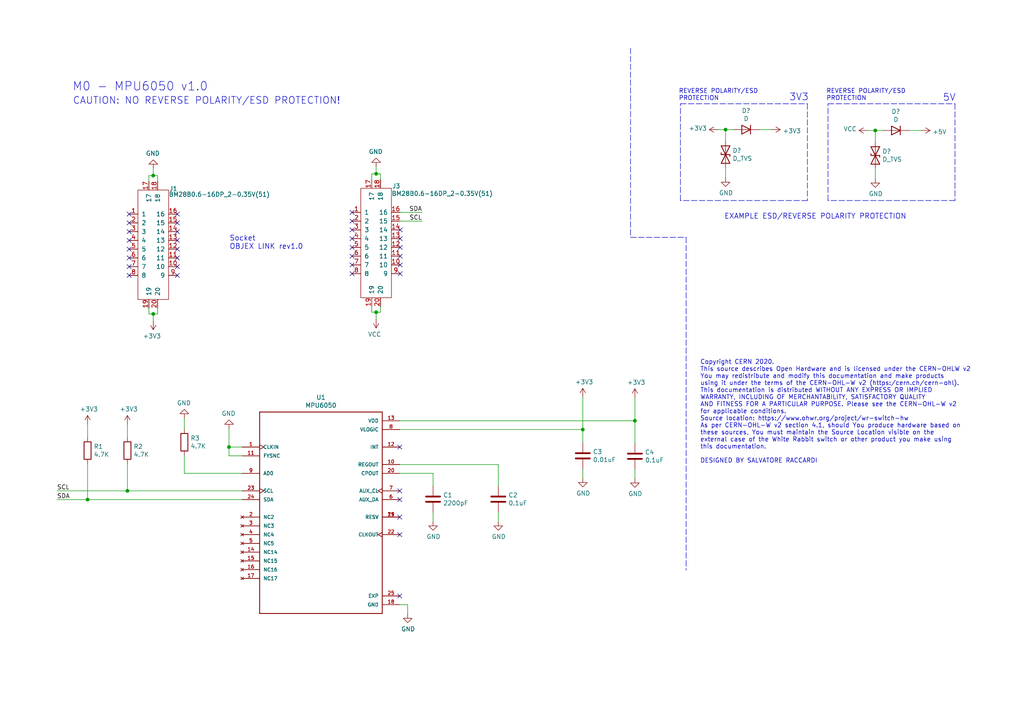
<source format=kicad_sch>
(kicad_sch (version 20211123) (generator eeschema)
  (paper "A4")
  (title_block (title "M0 - MPU6050 v1.0") (date "2021-02-27") (rev "1.0") (company "OBJEX") (comment 1 "Designer: Salvatore Raccardi"))
  (lib_symbols
    (symbol "Device:C" (pin_numbers hide) (pin_names (offset 0.254))
      (property "Reference" "C" (at 0.635 2.54 0))
      (property "Value" "C" (at 0.635 -2.54 0))
      (symbol "C_0_1"
        (polyline (pts (xy -2.032 -0.762) (xy 2.032 -0.762)) (stroke (width 0.508)))
        (polyline (pts (xy -2.032 0.762) (xy 2.032 0.762)) (stroke (width 0.508)))
      )
      (symbol "C_1_1"
        (pin passive line (at 0 3.81 270) (length 2.794) (name "~") (number "1"))
        (pin passive line (at 0 -3.81 90) (length 2.794) (name "~") (number "2"))
      )
    )
    (symbol "Device:D" (pin_numbers hide) (pin_names (offset 1.016) hide)
      (property "Reference" "D" (at 0 2.54 0))
      (property "Value" "D" (at 0 -2.54 0))
      (symbol "D_0_1"
        (polyline (pts (xy -1.27 1.27) (xy -1.27 -1.27)) (stroke (width 0.254)))
        (polyline (pts (xy 1.27 0) (xy -1.27 0)))
        (polyline (pts (xy 1.27 1.27) (xy 1.27 -1.27) (xy -1.27 0) (xy 1.27 1.27)) (stroke (width 0.254)))
      )
      (symbol "D_1_1"
        (pin passive line (at -3.81 0 0) (length 2.54) (name "K") (number "1"))
        (pin passive line (at 3.81 0 180) (length 2.54) (name "A") (number "2"))
      )
    )
    (symbol "Device:D_TVS" (pin_numbers hide) (pin_names (offset 1.016) hide)
      (property "Reference" "D" (at 0 2.54 0))
      (property "Value" "D_TVS" (at 0 -2.54 0))
      (symbol "D_TVS_0_1"
        (polyline (pts (xy 1.27 0) (xy -1.27 0)))
        (polyline (pts (xy 0.508 1.27) (xy 0 1.27) (xy 0 -1.27) (xy -0.508 -1.27)) (stroke (width 0.254)))
        (polyline (pts (xy -2.54 1.27) (xy -2.54 -1.27) (xy 2.54 1.27) (xy 2.54 -1.27) (xy -2.54 1.27)) (stroke (width 0.254)))
      )
      (symbol "D_TVS_1_1"
        (pin passive line (at -3.81 0 0) (length 2.54) (name "A1") (number "1"))
        (pin passive line (at 3.81 0 180) (length 2.54) (name "A2") (number "2"))
      )
    )
    (symbol "Device:R" (pin_numbers hide) (pin_names (offset 0))
      (property "Reference" "R" (at 2.032 0 90))
      (property "Value" "R" (at 0 0 90))
      (symbol "R_0_1"
        (rectangle (start -1.016 -2.54) (end 1.016 2.54) (stroke (width 0.254)))
      )
      (symbol "R_1_1"
        (pin passive line (at 0 3.81 270) (length 1.27) (name "~") (number "1"))
        (pin passive line (at 0 -3.81 90) (length 1.27) (name "~") (number "2"))
      )
    )
    (symbol "HiroseConnectors:BM28B0.6-16DP_2-0.35V(51)" (pin_names (offset 1.016))
      (property "Reference" "J" (at 0 0 0))
      (property "Value" "HiroseConnectors_BM28B0.6-16DP_2-0.35V(51)" (at 0 0 0))
      (symbol "BM28B0.6-16DP_2-0.35V(51)_0_1"
        (rectangle (start -3.81 -12.7) (end 5.08 -44.45))
      )
      (symbol "BM28B0.6-16DP_2-0.35V(51)_1_1"
        (pin bidirectional line (at -6.35 -19.685 0) (length 2.54) (name "1") (number "1"))
        (pin bidirectional line (at 7.62 -34.925 180) (length 2.54) (name "10") (number "10"))
        (pin bidirectional line (at 7.62 -32.385 180) (length 2.54) (name "11") (number "11"))
        (pin bidirectional line (at 7.62 -29.845 180) (length 2.54) (name "12") (number "12"))
        (pin bidirectional line (at 7.62 -27.305 180) (length 2.54) (name "13") (number "13"))
        (pin bidirectional line (at 7.62 -24.765 180) (length 2.54) (name "14") (number "14"))
        (pin bidirectional line (at 7.62 -22.225 180) (length 2.54) (name "15") (number "15"))
        (pin bidirectional line (at 7.62 -19.685 180) (length 2.54) (name "16") (number "16"))
        (pin bidirectional line (at -0.635 -10.16 270) (length 2.54) (name "17") (number "17"))
        (pin bidirectional line (at 1.905 -10.16 270) (length 2.54) (name "18") (number "18"))
        (pin bidirectional line (at -0.635 -46.99 90) (length 2.54) (name "19") (number "19"))
        (pin bidirectional line (at -6.35 -22.225 0) (length 2.54) (name "2") (number "2"))
        (pin bidirectional line (at 1.905 -46.99 90) (length 2.54) (name "20") (number "20"))
        (pin bidirectional line (at -6.35 -24.765 0) (length 2.54) (name "3") (number "3"))
        (pin bidirectional line (at -6.35 -27.305 0) (length 2.54) (name "4") (number "4"))
        (pin bidirectional line (at -6.35 -29.845 0) (length 2.54) (name "5") (number "5"))
        (pin bidirectional line (at -6.35 -32.385 0) (length 2.54) (name "6") (number "6"))
        (pin bidirectional line (at -6.35 -34.925 0) (length 2.54) (name "7") (number "7"))
        (pin bidirectional line (at -6.35 -37.465 0) (length 2.54) (name "8") (number "8"))
        (pin bidirectional line (at 7.62 -37.465 180) (length 2.54) (name "9") (number "9"))
      )
    )
    (symbol "MPU6050:MPU6050" (pin_names (offset 1.016))
      (property "Reference" "U" (at -17.78 29.21 0))
      (property "Value" "MPU6050_MPU6050" (at -17.78 -31.75 0))
      (symbol "MPU6050_0_0"
        (polyline (pts (xy -17.78 -30.48) (xy 17.78 -30.48)) (stroke (width 0.254)))
        (polyline (pts (xy -17.78 27.94) (xy -17.78 -30.48)) (stroke (width 0.254)))
        (polyline (pts (xy 17.78 -30.48) (xy 17.78 27.94)) (stroke (width 0.254)))
        (polyline (pts (xy 17.78 27.94) (xy -17.78 27.94)) (stroke (width 0.254)))
        (pin input clock (at -22.86 17.78 0) (length 5.08) (name "CLKIN") (number "1"))
        (pin output line (at 22.86 12.7 180) (length 5.08) (name "REGOUT") (number "10"))
        (pin input line (at -22.86 15.24 0) (length 5.08) (name "FYSNC") (number "11"))
        (pin output line (at 22.86 17.78 180) (length 5.08) (name "INT") (number "12"))
        (pin power_in line (at 22.86 25.4 180) (length 5.08) (name "VDD") (number "13"))
        (pin no_connect line (at -22.86 -12.7 0) (length 5.08) (name "NC14") (number "14"))
        (pin no_connect line (at -22.86 -15.24 0) (length 5.08) (name "NC15") (number "15"))
        (pin no_connect line (at -22.86 -17.78 0) (length 5.08) (name "NC16") (number "16"))
        (pin no_connect line (at -22.86 -20.32 0) (length 5.08) (name "NC17") (number "17"))
        (pin power_in line (at 22.86 -27.94 180) (length 5.08) (name "GND") (number "18"))
        (pin bidirectional line (at 22.86 -2.54 180) (length 5.08) (name "RESV") (number "19"))
        (pin no_connect line (at -22.86 -2.54 0) (length 5.08) (name "NC2") (number "2"))
        (pin output line (at 22.86 10.16 180) (length 5.08) (name "CPOUT") (number "20"))
        (pin bidirectional line (at 22.86 -2.54 180) (length 5.08) (name "RESV") (number "21"))
        (pin output clock (at 22.86 -7.62 180) (length 5.08) (name "CLKOUT") (number "22"))
        (pin input clock (at -22.86 5.08 0) (length 5.08) (name "SCL") (number "23"))
        (pin bidirectional line (at -22.86 2.54 0) (length 5.08) (name "SDA") (number "24"))
        (pin power_in line (at 22.86 -25.4 180) (length 5.08) (name "EXP") (number "25"))
        (pin no_connect line (at -22.86 -5.08 0) (length 5.08) (name "NC3") (number "3"))
        (pin no_connect line (at -22.86 -7.62 0) (length 5.08) (name "NC4") (number "4"))
        (pin no_connect line (at -22.86 -10.16 0) (length 5.08) (name "NC5") (number "5"))
        (pin bidirectional line (at 22.86 2.54 180) (length 5.08) (name "AUX_DA") (number "6"))
        (pin output clock (at 22.86 5.08 180) (length 5.08) (name "AUX_CL") (number "7"))
        (pin power_in line (at 22.86 22.86 180) (length 5.08) (name "VLOGIC") (number "8"))
        (pin input line (at -22.86 10.16 0) (length 5.08) (name "AD0") (number "9"))
      )
    )
    (symbol "power:+3.3V" (power) (pin_names (offset 0))
      (property "Value" "+3.3V" (at 0 3.556 0))
      (symbol "+3.3V_0_1"
        (polyline (pts (xy -0.762 1.27) (xy 0 2.54)))
        (polyline (pts (xy 0 0) (xy 0 2.54)))
        (polyline (pts (xy 0 2.54) (xy 0.762 1.27)))
      )
      (symbol "+3.3V_1_1"
        (pin power_in line (at 0 0 90) (length 0) hide (name "+3V3") (number "1"))
      )
    )
    (symbol "power:+3V3" (power) (pin_names (offset 0))
      (property "Value" "+3V3" (at 0 3.556 0))
      (symbol "+3V3_0_1"
        (polyline (pts (xy -0.762 1.27) (xy 0 2.54)))
        (polyline (pts (xy 0 0) (xy 0 2.54)))
        (polyline (pts (xy 0 2.54) (xy 0.762 1.27)))
      )
      (symbol "+3V3_1_1"
        (pin power_in line (at 0 0 90) (length 0) hide (name "+3V3") (number "1"))
      )
    )
    (symbol "power:+5V" (power) (pin_names (offset 0))
      (property "Value" "+5V" (at 0 3.556 0))
      (symbol "+5V_0_1"
        (polyline (pts (xy -0.762 1.27) (xy 0 2.54)))
        (polyline (pts (xy 0 0) (xy 0 2.54)))
        (polyline (pts (xy 0 2.54) (xy 0.762 1.27)))
      )
      (symbol "+5V_1_1"
        (pin power_in line (at 0 0 90) (length 0) hide (name "+5V") (number "1"))
      )
    )
    (symbol "power:GND" (power) (pin_names (offset 0))
      (property "Value" "GND" (at 0 -3.81 0))
      (symbol "GND_0_1"
        (polyline (pts (xy 0 0) (xy 0 -1.27) (xy 1.27 -1.27) (xy 0 -2.54) (xy -1.27 -1.27) (xy 0 -1.27)))
      )
      (symbol "GND_1_1"
        (pin power_in line (at 0 0 270) (length 0) hide (name "GND") (number "1"))
      )
    )
    (symbol "power:VCC" (power) (pin_names (offset 0))
      (property "Value" "VCC" (at 0 3.81 0))
      (symbol "VCC_0_1"
        (polyline (pts (xy -0.762 1.27) (xy 0 2.54)))
        (polyline (pts (xy 0 0) (xy 0 2.54)))
        (polyline (pts (xy 0 2.54) (xy 0.762 1.27)))
      )
      (symbol "VCC_1_1"
        (pin power_in line (at 0 0 90) (length 0) hide (name "VCC") (number "1"))
      )
    )
  )
  (junction (at 25.4 144.907))
  (junction (at 36.957 142.367))
  (junction (at 66.421 129.667))
  (junction (at 210.439 37.592))
  (junction (at 109.093 50.419))
  (junction (at 44.45 91.059))
  (junction (at 109.093 90.551))
  (junction (at 44.45 50.927))
  (junction (at 253.873 37.846))
  (junction (at 169.037 124.587))
  (junction (at 184.15 122.047))
  (no_connect (at 37.465 69.723))
  (no_connect (at 37.465 74.803))
  (no_connect (at 116.078 66.675))
  (no_connect (at 37.465 62.103))
  (no_connect (at 37.465 79.883))
  (no_connect (at 116.078 71.755))
  (no_connect (at 115.951 144.907))
  (no_connect (at 115.951 149.987))
  (no_connect (at 102.108 79.375))
  (no_connect (at 37.465 64.643))
  (no_connect (at 102.108 64.135))
  (no_connect (at 37.465 67.183))
  (no_connect (at 37.465 77.343))
  (no_connect (at 102.108 71.755))
  (no_connect (at 116.078 79.375))
  (no_connect (at 102.108 76.835))
  (no_connect (at 115.951 129.667))
  (no_connect (at 51.435 79.883))
  (no_connect (at 116.078 69.215))
  (no_connect (at 51.435 77.343))
  (no_connect (at 116.078 76.835))
  (no_connect (at 102.108 61.595))
  (no_connect (at 51.435 62.103))
  (no_connect (at 51.435 74.803))
  (no_connect (at 51.435 69.723))
  (no_connect (at 37.465 72.263))
  (no_connect (at 116.078 74.295))
  (no_connect (at 51.435 64.643))
  (no_connect (at 102.108 74.295))
  (no_connect (at 115.951 172.847))
  (no_connect (at 115.951 155.067))
  (no_connect (at 102.108 69.215))
  (no_connect (at 115.951 142.367))
  (no_connect (at 102.108 66.675))
  (no_connect (at 51.435 67.183))
  (no_connect (at 51.435 72.263))
  (wire (pts (xy 53.467 137.287) (xy 53.467 132.08)))
  (wire (pts (xy 122.428 64.135) (xy 116.078 64.135)))
  (wire (pts (xy 263.652 37.846) (xy 267.208 37.846)))
  (wire (pts (xy 253.873 37.846) (xy 256.032 37.846)))
  (wire (pts (xy 115.951 137.287) (xy 125.603 137.287)))
  (wire (pts (xy 44.45 91.059) (xy 44.45 93.091)))
  (wire (pts (xy 253.873 48.895) (xy 253.873 51.816)))
  (wire (pts (xy 66.421 129.667) (xy 66.421 124.333)))
  (wire (pts (xy 110.363 90.551) (xy 109.093 90.551)))
  (wire (pts (xy 25.4 126.873) (xy 25.4 123.063)))
  (wire (pts (xy 210.439 41.021) (xy 210.439 37.592)))
  (polyline (pts (xy 234.188 58.166) (xy 197.358 58.166)))
  (polyline (pts (xy 240.157 58.166) (xy 240.157 30.099)))
  (wire (pts (xy 109.093 90.551) (xy 107.823 90.551)))
  (wire (pts (xy 70.231 144.907) (xy 25.4 144.907)))
  (wire (pts (xy 109.093 90.551) (xy 109.093 92.583)))
  (wire (pts (xy 125.603 137.287) (xy 125.603 140.97)))
  (wire (pts (xy 253.873 37.846) (xy 251.714 37.846)))
  (polyline (pts (xy 240.157 30.099) (xy 276.987 30.099)))
  (wire (pts (xy 70.231 132.207) (xy 66.421 132.207)))
  (wire (pts (xy 118.237 175.387) (xy 118.237 178.054)))
  (wire (pts (xy 107.823 50.419) (xy 109.093 50.419)))
  (wire (pts (xy 44.45 50.927) (xy 45.72 50.927)))
  (polyline (pts (xy 276.987 30.099) (xy 276.987 58.166)))
  (wire (pts (xy 45.72 50.927) (xy 45.72 52.578)))
  (wire (pts (xy 210.439 48.641) (xy 210.439 51.562)))
  (wire (pts (xy 144.526 134.747) (xy 144.526 140.97)))
  (wire (pts (xy 43.18 91.059) (xy 43.18 89.408)))
  (wire (pts (xy 45.72 91.059) (xy 44.45 91.059)))
  (wire (pts (xy 169.037 124.587) (xy 169.037 128.397)))
  (wire (pts (xy 110.363 50.419) (xy 110.363 52.07)))
  (wire (pts (xy 184.15 122.047) (xy 184.15 115.316)))
  (wire (pts (xy 210.439 37.592) (xy 212.598 37.592)))
  (wire (pts (xy 70.231 129.667) (xy 66.421 129.667)))
  (wire (pts (xy 25.4 144.907) (xy 16.51 144.907)))
  (wire (pts (xy 169.037 136.017) (xy 169.037 138.684)))
  (wire (pts (xy 115.951 175.387) (xy 118.237 175.387)))
  (wire (pts (xy 220.218 37.592) (xy 223.774 37.592)))
  (wire (pts (xy 70.231 137.287) (xy 53.467 137.287)))
  (wire (pts (xy 184.15 122.047) (xy 184.15 128.524)))
  (polyline (pts (xy 197.358 58.166) (xy 197.358 30.099)))
  (wire (pts (xy 25.4 134.493) (xy 25.4 144.907)))
  (polyline (pts (xy 234.188 30.099) (xy 234.188 58.166)))
  (wire (pts (xy 36.957 142.367) (xy 36.957 134.493)))
  (wire (pts (xy 125.603 148.59) (xy 125.603 151.257)))
  (wire (pts (xy 36.957 142.367) (xy 16.51 142.367)))
  (wire (pts (xy 210.439 37.592) (xy 208.28 37.592)))
  (wire (pts (xy 184.15 136.144) (xy 184.15 138.811)))
  (wire (pts (xy 53.467 124.46) (xy 53.467 121.285)))
  (wire (pts (xy 36.957 126.873) (xy 36.957 123.063)))
  (polyline (pts (xy 199.009 68.834) (xy 199.009 165.354)))
  (polyline (pts (xy 182.88 68.834) (xy 199.009 68.834)))
  (wire (pts (xy 107.823 52.07) (xy 107.823 50.419)))
  (wire (pts (xy 66.421 132.207) (xy 66.421 129.667)))
  (wire (pts (xy 43.18 52.578) (xy 43.18 50.927)))
  (wire (pts (xy 144.526 148.59) (xy 144.526 151.257)))
  (wire (pts (xy 115.951 122.047) (xy 184.15 122.047)))
  (wire (pts (xy 110.363 88.9) (xy 110.363 90.551)))
  (wire (pts (xy 115.951 134.747) (xy 144.526 134.747)))
  (polyline (pts (xy 197.358 30.099) (xy 234.188 30.099)))
  (wire (pts (xy 107.823 90.551) (xy 107.823 88.9)))
  (wire (pts (xy 44.45 50.927) (xy 44.45 48.895)))
  (wire (pts (xy 169.037 124.587) (xy 169.037 115.189)))
  (wire (pts (xy 115.951 124.587) (xy 169.037 124.587)))
  (wire (pts (xy 45.72 89.408) (xy 45.72 91.059)))
  (wire (pts (xy 253.873 41.275) (xy 253.873 37.846)))
  (wire (pts (xy 109.093 50.419) (xy 109.093 48.387)))
  (wire (pts (xy 43.18 50.927) (xy 44.45 50.927)))
  (polyline (pts (xy 182.88 13.97) (xy 182.88 68.834)))
  (wire (pts (xy 70.231 142.367) (xy 36.957 142.367)))
  (wire (pts (xy 109.093 50.419) (xy 110.363 50.419)))
  (wire (pts (xy 44.45 91.059) (xy 43.18 91.059)))
  (wire (pts (xy 122.428 61.595) (xy 116.078 61.595)))
  (polyline (pts (xy 276.987 58.166) (xy 240.157 58.166)))
  (text "3V3" (at 228.854 29.464 0) (effects (font (size 2.0066 2.0066)) (justify left bottom)))
  (text "M0 - MPU6050 v1.0" (at 20.955 26.67 0) (effects (font (size 2.4892 2.4892)) (justify left bottom)))
  (text "REVERSE POLARITY/ESD \nPROTECTION" (at 239.649 29.337 0) (effects (font (size 1.27 1.27)) (justify left bottom)))
  (text "Socket\nOBJEX LINK rev1.0" (at 66.548 72.517 0) (effects (font (size 1.4986 1.4986)) (justify left bottom)))
  (text "REVERSE POLARITY/ESD \nPROTECTION" (at 196.85 29.337 0) (effects (font (size 1.27 1.27)) (justify left bottom)))
  (text "EXAMPLE ESD/REVERSE POLARITY PROTECTION" (at 210.058 63.754 0) (effects (font (size 1.4986 1.4986)) (justify left bottom)))
  (text "Copyright CERN 2020.\nThis source describes Open Hardware and is licensed under the CERN-OHLW v2\nYou may redistribute and modify this documentation and make products\nusing it under the terms of the CERN-OHL-W v2 (https:/cern.ch/cern-ohl).\nThis documentation is distributed WITHOUT ANY EXPRESS OR IMPLIED\nWARRANTY, INCLUDING OF MERCHANTABILITY, SATISFACTORY QUALITY\nAND FITNESS FOR A PARTICULAR PURPOSE. Please see the CERN-OHL-W v2\nfor applicable conditions.\nSource location: https://www.ohwr.org/project/wr-switch-hw\nAs per CERN-OHL-W v2 section 4.1, should You produce hardware based on\nthese sources, You must maintain the Source Location visible on the\nexternal case of the White Rabbit switch or other product you make using\nthis documentation.\n\nDESIGNED BY SALVATORE RACCARDI" (at 203.073 134.493 0) (effects (font (size 1.27 1.27)) (justify left bottom)))
  (text "5V" (at 273.431 29.591 0) (effects (font (size 2.0066 2.0066)) (justify left bottom)))
  (text "CAUTION: NO REVERSE POLARITY/ESD PROTECTION!" (at 21.082 30.48 0) (effects (font (size 2.0066 2.0066)) (justify left bottom)))
  (label "SDA" (at 122.428 61.595 180))
  (label "SDA" (at 16.51 144.907 0))
  (label "SCL" (at 16.51 142.367 0))
  (label "SCL" (at 122.428 64.135 180))
  (symbol (lib_id "HiroseConnectors:BM28B0.6-16DP_2-0.35V(51)") (at 43.815 42.418 0) (unit 1)
    (property "Reference" "J1" (at 50.292 54.737 0))
    (property "Value" "BM28B0.6-16DP_2-0.35V(51)" (at 63.627 56.388 0))
    (property "Footprint" "Connector_Hirose:BM28B0.6-16DP-2-0.35V(51)" (effects hide))
  )
  (symbol (lib_id "HiroseConnectors:BM28B0.6-16DP_2-0.35V(51)") (at 108.458 41.91 0) (unit 1)
    (property "Reference" "J3" (at 114.935 53.975 0))
    (property "Value" "BM28B0.6-16DP_2-0.35V(51)" (at 128.27 56.134 0))
    (property "Footprint" "Connector_Hirose:BM28B0.6-16DP-2-0.35V(51)" (effects hide))
  )
  (symbol (lib_id "power:GND") (at 44.45 48.895 180) (unit 1)
    (property "Reference" "#PWR0101" (effects hide))
    (property "Value" "GND" (at 44.323 44.5008 0))
  )
  (symbol (lib_id "power:GND") (at 109.093 48.387 180) (unit 1)
    (property "Reference" "#PWR0106" (effects hide))
    (property "Value" "GND" (at 108.966 43.9928 0))
  )
  (symbol (lib_id "MPU6050:MPU6050") (at 93.091 147.447 0) (unit 1)
    (property "Reference" "U1" (at 93.091 115.2652 0))
    (property "Value" "MPU6050" (at 93.091 117.5766 0))
    (property "Footprint" "KicadLibrary:IC_MPU6050" (effects hide))
    (property "Datasheet" "TDK InvenSense" (effects hide))
    (property "Field4" "3.4" (effects hide))
    (property "Field5" "Manufacturer Recommendations" (effects hide))
    (property "Field6" "0.95 mm" (effects hide))
  )
  (symbol (lib_id "power:GND") (at 66.421 124.333 180) (unit 1)
    (property "Reference" "#PWR0103" (effects hide))
    (property "Value" "GND" (at 66.294 119.9388 0))
  )
  (symbol (lib_id "Device:R") (at 53.467 128.27 0) (unit 1)
    (property "Reference" "R3" (at 55.245 127.1016 0) (effects (justify left)))
    (property "Value" "4.7K" (at 55.245 129.413 0) (effects (justify left)))
    (property "Footprint" "Resistor_SMD:R_0402_1005Metric" (effects hide))
  )
  (symbol (lib_id "power:GND") (at 53.467 121.285 180) (unit 1)
    (property "Reference" "#PWR0104" (effects hide))
    (property "Value" "GND" (at 53.34 116.8908 0))
  )
  (symbol (lib_id "Device:R") (at 36.957 130.683 0) (unit 1)
    (property "Reference" "R2" (at 38.735 129.5146 0) (effects (justify left)))
    (property "Value" "4.7K" (at 38.735 131.826 0) (effects (justify left)))
    (property "Footprint" "Resistor_SMD:R_0402_1005Metric" (effects hide))
  )
  (symbol (lib_id "Device:R") (at 25.4 130.683 0) (unit 1)
    (property "Reference" "R1" (at 27.178 129.5146 0) (effects (justify left)))
    (property "Value" "4.7K" (at 27.178 131.826 0) (effects (justify left)))
    (property "Footprint" "Resistor_SMD:R_0402_1005Metric" (effects hide))
  )
  (symbol (lib_id "Device:D_TVS") (at 210.439 44.831 270) (unit 1)
    (property "Reference" "D?" (at 212.4456 43.6626 90) (effects (justify left)))
    (property "Value" "D_TVS" (at 212.4456 45.974 90) (effects (justify left)))
  )
  (symbol (lib_id "power:+3V3") (at 36.957 123.063 0) (unit 1)
    (property "Reference" "#PWR0105" (effects hide))
    (property "Value" "+3V3" (at 37.338 118.6688 0))
  )
  (symbol (lib_id "power:+3V3") (at 25.4 123.063 0) (unit 1)
    (property "Reference" "#PWR0108" (effects hide))
    (property "Value" "+3V3" (at 25.781 118.6688 0))
  )
  (symbol (lib_id "Device:D") (at 216.408 37.592 180) (unit 1)
    (property "Reference" "D?" (at 216.408 32.1056 0))
    (property "Value" "D" (at 216.408 34.417 0))
  )
  (symbol (lib_id "power:GND") (at 210.439 51.562 0) (unit 1)
    (property "Reference" "#PWR?" (effects hide))
    (property "Value" "GND" (at 210.566 55.9562 0))
  )
  (symbol (lib_id "power:+3.3V") (at 208.28 37.592 90) (unit 1)
    (property "Reference" "#PWR?" (effects hide))
    (property "Value" "+3.3V" (at 205.0288 37.211 90) (effects (justify left)))
  )
  (symbol (lib_id "power:GND") (at 118.237 178.054 0) (unit 1)
    (property "Reference" "#PWR0109" (effects hide))
    (property "Value" "GND" (at 118.364 182.4482 0))
  )
  (symbol (lib_id "power:+3V3") (at 223.774 37.592 270) (unit 1)
    (property "Reference" "#PWR?" (effects hide))
    (property "Value" "+3V3" (at 227.0252 37.973 90) (effects (justify left)))
  )
  (symbol (lib_id "Device:C") (at 125.603 144.78 0) (unit 1)
    (property "Reference" "C1" (at 128.524 143.6116 0) (effects (justify left)))
    (property "Value" "2200pF" (at 128.524 145.923 0) (effects (justify left)))
    (property "Footprint" "Capacitor_SMD:C_0603_1608Metric" (effects hide))
  )
  (symbol (lib_id "power:GND") (at 125.603 151.257 0) (unit 1)
    (property "Reference" "#PWR0110" (effects hide))
    (property "Value" "GND" (at 125.73 155.6512 0))
  )
  (symbol (lib_id "power:+3.3V") (at 44.45 93.091 180) (unit 1)
    (property "Reference" "#PWR?" (effects hide))
    (property "Value" "+3.3V" (at 44.069 97.4852 0))
  )
  (symbol (lib_id "Device:C") (at 144.526 144.78 0) (unit 1)
    (property "Reference" "C2" (at 147.447 143.6116 0) (effects (justify left)))
    (property "Value" "0.1uF" (at 147.447 145.923 0) (effects (justify left)))
    (property "Footprint" "Capacitor_SMD:C_0402_1005Metric" (effects hide))
  )
  (symbol (lib_id "power:GND") (at 144.526 151.257 0) (unit 1)
    (property "Reference" "#PWR0111" (effects hide))
    (property "Value" "GND" (at 144.653 155.6512 0))
  )
  (symbol (lib_id "power:VCC") (at 251.714 37.846 90) (unit 1)
    (property "Reference" "#PWR?" (effects hide))
    (property "Value" "VCC" (at 248.4882 37.3888 90) (effects (justify left)))
  )
  (symbol (lib_id "Device:C") (at 169.037 132.207 0) (unit 1)
    (property "Reference" "C3" (at 171.958 131.0386 0) (effects (justify left)))
    (property "Value" "0.01uF" (at 171.958 133.35 0) (effects (justify left)))
    (property "Footprint" "Capacitor_SMD:C_0402_1005Metric" (effects hide))
  )
  (symbol (lib_id "Device:C") (at 184.15 132.334 0) (unit 1)
    (property "Reference" "C4" (at 187.071 131.1656 0) (effects (justify left)))
    (property "Value" "0.1uF" (at 187.071 133.477 0) (effects (justify left)))
    (property "Footprint" "Capacitor_SMD:C_0402_1005Metric" (effects hide))
  )
  (symbol (lib_id "power:GND") (at 169.037 138.684 0) (unit 1)
    (property "Reference" "#PWR0112" (effects hide))
    (property "Value" "GND" (at 169.164 143.0782 0))
  )
  (symbol (lib_id "power:+5V") (at 267.208 37.846 270) (unit 1)
    (property "Reference" "#PWR?" (effects hide))
    (property "Value" "+5V" (at 270.4592 38.227 90) (effects (justify left)))
  )
  (symbol (lib_id "power:VCC") (at 109.093 92.583 180) (unit 1)
    (property "Reference" "#PWR?" (effects hide))
    (property "Value" "VCC" (at 108.6358 96.9772 0))
  )
  (symbol (lib_id "power:GND") (at 184.15 138.811 0) (unit 1)
    (property "Reference" "#PWR0113" (effects hide))
    (property "Value" "GND" (at 184.277 143.2052 0))
  )
  (symbol (lib_id "power:+3V3") (at 169.037 115.189 0) (unit 1)
    (property "Reference" "#PWR0114" (effects hide))
    (property "Value" "+3V3" (at 169.418 110.7948 0))
  )
  (symbol (lib_id "power:+3V3") (at 184.15 115.316 0) (unit 1)
    (property "Reference" "#PWR0115" (effects hide))
    (property "Value" "+3V3" (at 184.531 110.9218 0))
  )
  (symbol (lib_id "Device:D_TVS") (at 253.873 45.085 270) (unit 1)
    (property "Reference" "D?" (at 255.8796 43.9166 90) (effects (justify left)))
    (property "Value" "D_TVS" (at 255.8796 46.228 90) (effects (justify left)))
  )
  (symbol (lib_id "Device:D") (at 259.842 37.846 180) (unit 1)
    (property "Reference" "D?" (at 259.842 32.3596 0))
    (property "Value" "D" (at 259.842 34.671 0))
  )
  (symbol (lib_id "power:GND") (at 253.873 51.816 0) (unit 1)
    (property "Reference" "#PWR?" (effects hide))
    (property "Value" "GND" (at 254 56.2102 0))
  )
)
</source>
